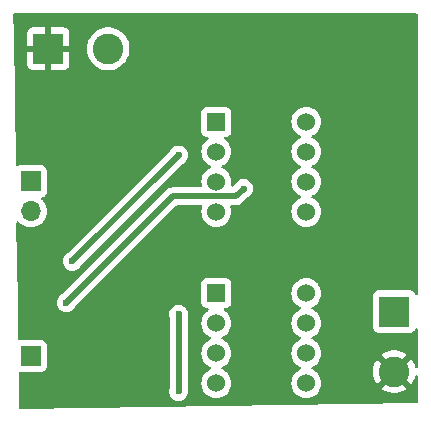
<source format=gbr>
%TF.GenerationSoftware,KiCad,Pcbnew,8.0.5*%
%TF.CreationDate,2024-11-24T21:54:06-06:00*%
%TF.ProjectId,moisture_sensor,6d6f6973-7475-4726-955f-73656e736f72,rev?*%
%TF.SameCoordinates,Original*%
%TF.FileFunction,Copper,L2,Bot*%
%TF.FilePolarity,Positive*%
%FSLAX46Y46*%
G04 Gerber Fmt 4.6, Leading zero omitted, Abs format (unit mm)*
G04 Created by KiCad (PCBNEW 8.0.5) date 2024-11-24 21:54:06*
%MOMM*%
%LPD*%
G01*
G04 APERTURE LIST*
%TA.AperFunction,ComponentPad*%
%ADD10R,1.700000X1.700000*%
%TD*%
%TA.AperFunction,ComponentPad*%
%ADD11O,1.700000X1.700000*%
%TD*%
%TA.AperFunction,ComponentPad*%
%ADD12R,1.524000X1.524000*%
%TD*%
%TA.AperFunction,ComponentPad*%
%ADD13C,1.524000*%
%TD*%
%TA.AperFunction,ComponentPad*%
%ADD14R,2.600000X2.600000*%
%TD*%
%TA.AperFunction,ComponentPad*%
%ADD15C,2.600000*%
%TD*%
%TA.AperFunction,ViaPad*%
%ADD16C,0.600000*%
%TD*%
%TA.AperFunction,Conductor*%
%ADD17C,0.508000*%
%TD*%
G04 APERTURE END LIST*
D10*
%TO.P,J1,1,Pin_1*%
%TO.N,/Input_Probe_1*%
X122000000Y-85225000D03*
D11*
%TO.P,J1,2,Pin_2*%
%TO.N,/Input_Probe_2*%
X122000000Y-87765000D03*
%TD*%
D12*
%TO.P,U2,1*%
%TO.N,/Moisture_Sensor_Output*%
X137690000Y-94690000D03*
D13*
%TO.P,U2,2,-*%
%TO.N,Net-(U2A--)*%
X137690000Y-97230000D03*
%TO.P,U2,3,+*%
%TO.N,Net-(U2A-+)*%
X137690000Y-99770000D03*
%TO.P,U2,4,V-*%
%TO.N,-3V3*%
X137690000Y-102310000D03*
%TO.P,U2,5*%
%TO.N,N/C*%
X145310000Y-102310000D03*
%TO.P,U2,6*%
X145310000Y-99770000D03*
%TO.P,U2,7*%
X145310000Y-97230000D03*
%TO.P,U2,8,V+*%
%TO.N,+3V3*%
X145310000Y-94690000D03*
%TD*%
D12*
%TO.P,U1,1*%
%TO.N,Net-(U1A--)*%
X137690000Y-80190000D03*
D13*
%TO.P,U1,2,-*%
X137690000Y-82730000D03*
%TO.P,U1,3,+*%
%TO.N,+3V3*%
X137690000Y-85270000D03*
%TO.P,U1,4,V-*%
%TO.N,-3V3*%
X137690000Y-87810000D03*
%TO.P,U1,5,+*%
%TO.N,Net-(U1B-+)*%
X145310000Y-87810000D03*
%TO.P,U1,6,-*%
%TO.N,Net-(U1B--)*%
X145310000Y-85270000D03*
%TO.P,U1,7*%
X145310000Y-82730000D03*
%TO.P,U1,8,V+*%
%TO.N,+3V3*%
X145310000Y-80190000D03*
%TD*%
D10*
%TO.P,J4,1,Pin_1*%
%TO.N,/Moisture_Sensor_Output*%
X122000000Y-100000000D03*
%TD*%
D14*
%TO.P,J3,1,Pin_1*%
%TO.N,-3V3*%
X152750000Y-96250000D03*
D15*
%TO.P,J3,2,Pin_2*%
%TO.N,GND*%
X152750000Y-101330000D03*
%TD*%
D14*
%TO.P,J2,1,Pin_1*%
%TO.N,GND*%
X123455000Y-74000000D03*
D15*
%TO.P,J2,2,Pin_2*%
%TO.N,+3V3*%
X128535000Y-74000000D03*
%TD*%
D16*
%TO.N,GND*%
X127000000Y-101500000D03*
X125000000Y-89500000D03*
X124750000Y-82750000D03*
%TO.N,Net-(U1A--)*%
X125500000Y-92000000D03*
X134500000Y-83000000D03*
%TO.N,Net-(U1B--)*%
X125000000Y-95500000D03*
X140000000Y-85840000D03*
%TO.N,/Moisture_Sensor_Output*%
X134500000Y-96500000D03*
X134500000Y-103000000D03*
%TD*%
D17*
%TO.N,GND*%
X125000000Y-83000000D02*
X124750000Y-82750000D01*
X125000000Y-89500000D02*
X125000000Y-83000000D01*
%TO.N,Net-(U1A--)*%
X134500000Y-83000000D02*
X125500000Y-92000000D01*
%TO.N,Net-(U1B--)*%
X140000000Y-85840000D02*
X139354000Y-86486000D01*
X134014000Y-86486000D02*
X125000000Y-95500000D01*
X139354000Y-86486000D02*
X134014000Y-86486000D01*
%TO.N,/Moisture_Sensor_Output*%
X134500000Y-103000000D02*
X134500000Y-96500000D01*
%TD*%
%TA.AperFunction,Conductor*%
%TO.N,GND*%
G36*
X154693039Y-71019685D02*
G01*
X154738794Y-71072489D01*
X154750000Y-71124000D01*
X154750000Y-94707292D01*
X154730315Y-94774331D01*
X154677511Y-94820086D01*
X154608353Y-94830030D01*
X154544797Y-94801005D01*
X154509818Y-94750625D01*
X154493797Y-94707671D01*
X154493793Y-94707664D01*
X154407547Y-94592455D01*
X154407544Y-94592452D01*
X154292335Y-94506206D01*
X154292328Y-94506202D01*
X154157482Y-94455908D01*
X154157483Y-94455908D01*
X154097883Y-94449501D01*
X154097881Y-94449500D01*
X154097873Y-94449500D01*
X154097864Y-94449500D01*
X151402129Y-94449500D01*
X151402123Y-94449501D01*
X151342516Y-94455908D01*
X151207671Y-94506202D01*
X151207664Y-94506206D01*
X151092455Y-94592452D01*
X151092452Y-94592455D01*
X151006206Y-94707664D01*
X151006202Y-94707671D01*
X150955908Y-94842517D01*
X150949501Y-94902116D01*
X150949500Y-94902135D01*
X150949500Y-97597870D01*
X150949501Y-97597876D01*
X150955908Y-97657483D01*
X151006202Y-97792328D01*
X151006206Y-97792335D01*
X151092452Y-97907544D01*
X151092455Y-97907547D01*
X151207664Y-97993793D01*
X151207671Y-97993797D01*
X151342517Y-98044091D01*
X151342516Y-98044091D01*
X151349444Y-98044835D01*
X151402127Y-98050500D01*
X154097872Y-98050499D01*
X154157483Y-98044091D01*
X154292331Y-97993796D01*
X154407546Y-97907546D01*
X154493796Y-97792331D01*
X154509818Y-97749375D01*
X154551689Y-97693441D01*
X154617153Y-97669023D01*
X154685426Y-97683874D01*
X154734832Y-97733279D01*
X154750000Y-97792707D01*
X154750000Y-100902914D01*
X154730315Y-100969953D01*
X154677511Y-101015708D01*
X154608353Y-101025652D01*
X154544797Y-100996627D01*
X154507023Y-100937849D01*
X154505109Y-100930507D01*
X154474856Y-100797964D01*
X154474851Y-100797947D01*
X154376290Y-100546818D01*
X154376291Y-100546818D01*
X154241397Y-100313177D01*
X154187704Y-100245847D01*
X153351041Y-101082510D01*
X153326022Y-101022110D01*
X153254888Y-100915649D01*
X153164351Y-100825112D01*
X153057890Y-100753978D01*
X152997488Y-100728958D01*
X153835150Y-99891296D01*
X153652517Y-99766779D01*
X153652516Y-99766778D01*
X153409460Y-99649730D01*
X153409462Y-99649730D01*
X153151662Y-99570209D01*
X153151656Y-99570207D01*
X152884898Y-99530000D01*
X152615101Y-99530000D01*
X152348343Y-99570207D01*
X152348337Y-99570209D01*
X152090538Y-99649730D01*
X151847485Y-99766778D01*
X151847476Y-99766783D01*
X151664848Y-99891296D01*
X152502511Y-100728958D01*
X152442110Y-100753978D01*
X152335649Y-100825112D01*
X152245112Y-100915649D01*
X152173978Y-101022110D01*
X152148958Y-101082511D01*
X151312295Y-100245848D01*
X151258600Y-100313180D01*
X151123709Y-100546818D01*
X151025148Y-100797947D01*
X151025142Y-100797966D01*
X150965113Y-101060971D01*
X150965113Y-101060973D01*
X150944953Y-101329995D01*
X150944953Y-101330004D01*
X150965113Y-101599026D01*
X150965113Y-101599028D01*
X151025142Y-101862033D01*
X151025148Y-101862052D01*
X151123709Y-102113181D01*
X151123708Y-102113181D01*
X151258602Y-102346822D01*
X151312294Y-102414151D01*
X151312295Y-102414151D01*
X152148958Y-101577488D01*
X152173978Y-101637890D01*
X152245112Y-101744351D01*
X152335649Y-101834888D01*
X152442110Y-101906022D01*
X152502510Y-101931041D01*
X151664848Y-102768702D01*
X151847483Y-102893220D01*
X151847485Y-102893221D01*
X152090539Y-103010269D01*
X152090537Y-103010269D01*
X152348337Y-103089790D01*
X152348343Y-103089792D01*
X152615101Y-103129999D01*
X152615110Y-103130000D01*
X152884890Y-103130000D01*
X152884898Y-103129999D01*
X153151656Y-103089792D01*
X153151662Y-103089790D01*
X153409461Y-103010269D01*
X153652521Y-102893218D01*
X153835150Y-102768702D01*
X152997488Y-101931041D01*
X153057890Y-101906022D01*
X153164351Y-101834888D01*
X153254888Y-101744351D01*
X153326022Y-101637890D01*
X153351041Y-101577488D01*
X154187703Y-102414151D01*
X154187704Y-102414150D01*
X154241393Y-102346828D01*
X154241400Y-102346817D01*
X154376290Y-102113181D01*
X154474851Y-101862052D01*
X154474857Y-101862033D01*
X154505109Y-101729493D01*
X154539218Y-101668514D01*
X154600879Y-101635656D01*
X154670516Y-101641351D01*
X154726020Y-101683791D01*
X154749768Y-101749501D01*
X154750000Y-101757085D01*
X154750000Y-103877823D01*
X154730315Y-103944862D01*
X154677511Y-103990617D01*
X154627837Y-104001809D01*
X121123972Y-104498163D01*
X121056648Y-104479474D01*
X121010116Y-104427354D01*
X120998149Y-104376031D01*
X120954844Y-101474559D01*
X120973526Y-101407234D01*
X121025641Y-101360696D01*
X121092086Y-101349420D01*
X121102127Y-101350500D01*
X122897872Y-101350499D01*
X122957483Y-101344091D01*
X123092331Y-101293796D01*
X123207546Y-101207546D01*
X123293796Y-101092331D01*
X123344091Y-100957483D01*
X123350500Y-100897873D01*
X123350499Y-99102128D01*
X123344091Y-99042517D01*
X123311591Y-98955381D01*
X123293797Y-98907671D01*
X123293793Y-98907664D01*
X123207547Y-98792455D01*
X123207544Y-98792452D01*
X123092335Y-98706206D01*
X123092328Y-98706202D01*
X122957482Y-98655908D01*
X122957483Y-98655908D01*
X122897883Y-98649501D01*
X122897881Y-98649500D01*
X122897873Y-98649500D01*
X122897864Y-98649500D01*
X121102129Y-98649500D01*
X121102120Y-98649501D01*
X121048191Y-98655298D01*
X120979431Y-98642890D01*
X120928295Y-98595279D01*
X120910953Y-98533859D01*
X120910433Y-98499017D01*
X120880597Y-96499996D01*
X133694435Y-96499996D01*
X133694435Y-96500003D01*
X133714630Y-96679246D01*
X133714632Y-96679256D01*
X133738541Y-96747582D01*
X133745500Y-96788537D01*
X133745500Y-102711459D01*
X133738542Y-102752414D01*
X133714631Y-102820745D01*
X133714630Y-102820750D01*
X133694435Y-102999996D01*
X133694435Y-103000003D01*
X133714630Y-103179249D01*
X133714631Y-103179254D01*
X133774211Y-103349523D01*
X133810662Y-103407534D01*
X133870184Y-103502262D01*
X133997738Y-103629816D01*
X134150478Y-103725789D01*
X134320745Y-103785368D01*
X134320750Y-103785369D01*
X134499996Y-103805565D01*
X134500000Y-103805565D01*
X134500004Y-103805565D01*
X134679249Y-103785369D01*
X134679252Y-103785368D01*
X134679255Y-103785368D01*
X134849522Y-103725789D01*
X135002262Y-103629816D01*
X135129816Y-103502262D01*
X135225789Y-103349522D01*
X135285368Y-103179255D01*
X135291524Y-103124620D01*
X135305565Y-103000003D01*
X135305565Y-102999996D01*
X135285369Y-102820750D01*
X135285368Y-102820745D01*
X135261458Y-102752414D01*
X135254500Y-102711459D01*
X135254500Y-97229997D01*
X136422677Y-97229997D01*
X136422677Y-97230002D01*
X136441929Y-97450062D01*
X136441930Y-97450070D01*
X136499104Y-97663445D01*
X136499105Y-97663447D01*
X136499106Y-97663450D01*
X136559202Y-97792326D01*
X136592466Y-97863662D01*
X136592468Y-97863666D01*
X136719170Y-98044615D01*
X136719175Y-98044621D01*
X136875378Y-98200824D01*
X136875384Y-98200829D01*
X137056333Y-98327531D01*
X137056335Y-98327532D01*
X137056338Y-98327534D01*
X137175748Y-98383215D01*
X137185189Y-98387618D01*
X137237628Y-98433790D01*
X137256780Y-98500984D01*
X137236564Y-98567865D01*
X137185189Y-98612382D01*
X137056340Y-98672465D01*
X137056338Y-98672466D01*
X136875377Y-98799175D01*
X136719175Y-98955377D01*
X136592466Y-99136338D01*
X136592465Y-99136340D01*
X136499107Y-99336548D01*
X136499104Y-99336554D01*
X136441930Y-99549929D01*
X136441929Y-99549937D01*
X136422677Y-99769997D01*
X136422677Y-99770002D01*
X136441929Y-99990062D01*
X136441930Y-99990070D01*
X136499104Y-100203445D01*
X136499105Y-100203447D01*
X136499106Y-100203450D01*
X136550274Y-100313180D01*
X136592466Y-100403662D01*
X136592468Y-100403666D01*
X136719170Y-100584615D01*
X136719175Y-100584621D01*
X136875378Y-100740824D01*
X136875384Y-100740829D01*
X137056333Y-100867531D01*
X137056335Y-100867532D01*
X137056338Y-100867534D01*
X137175748Y-100923215D01*
X137185189Y-100927618D01*
X137237628Y-100973790D01*
X137256780Y-101040984D01*
X137236564Y-101107865D01*
X137185189Y-101152382D01*
X137056340Y-101212465D01*
X137056338Y-101212466D01*
X136875377Y-101339175D01*
X136719175Y-101495377D01*
X136592466Y-101676338D01*
X136592465Y-101676340D01*
X136499107Y-101876548D01*
X136499104Y-101876554D01*
X136441930Y-102089929D01*
X136441929Y-102089937D01*
X136422677Y-102309997D01*
X136422677Y-102310002D01*
X136441929Y-102530062D01*
X136441930Y-102530070D01*
X136499104Y-102743445D01*
X136499105Y-102743447D01*
X136499106Y-102743450D01*
X136568944Y-102893218D01*
X136592466Y-102943662D01*
X136592468Y-102943666D01*
X136719170Y-103124615D01*
X136719175Y-103124621D01*
X136875378Y-103280824D01*
X136875384Y-103280829D01*
X137056333Y-103407531D01*
X137056335Y-103407532D01*
X137056338Y-103407534D01*
X137256550Y-103500894D01*
X137469932Y-103558070D01*
X137627123Y-103571822D01*
X137689998Y-103577323D01*
X137690000Y-103577323D01*
X137690002Y-103577323D01*
X137745017Y-103572509D01*
X137910068Y-103558070D01*
X138123450Y-103500894D01*
X138323662Y-103407534D01*
X138504620Y-103280826D01*
X138660826Y-103124620D01*
X138787534Y-102943662D01*
X138880894Y-102743450D01*
X138938070Y-102530068D01*
X138957323Y-102310000D01*
X138938070Y-102089932D01*
X138880894Y-101876550D01*
X138787534Y-101676339D01*
X138660826Y-101495380D01*
X138504620Y-101339174D01*
X138504616Y-101339171D01*
X138504615Y-101339170D01*
X138323666Y-101212468D01*
X138323658Y-101212464D01*
X138194811Y-101152382D01*
X138142371Y-101106210D01*
X138123219Y-101039017D01*
X138143435Y-100972135D01*
X138194811Y-100927618D01*
X138200802Y-100924824D01*
X138323662Y-100867534D01*
X138504620Y-100740826D01*
X138660826Y-100584620D01*
X138787534Y-100403662D01*
X138880894Y-100203450D01*
X138938070Y-99990068D01*
X138957323Y-99770000D01*
X138938070Y-99549932D01*
X138880894Y-99336550D01*
X138787534Y-99136339D01*
X138660826Y-98955380D01*
X138504620Y-98799174D01*
X138504616Y-98799171D01*
X138504615Y-98799170D01*
X138323666Y-98672468D01*
X138323658Y-98672464D01*
X138194811Y-98612382D01*
X138142371Y-98566210D01*
X138123219Y-98499017D01*
X138143435Y-98432135D01*
X138194811Y-98387618D01*
X138200802Y-98384824D01*
X138323662Y-98327534D01*
X138504620Y-98200826D01*
X138660826Y-98044620D01*
X138787534Y-97863662D01*
X138880894Y-97663450D01*
X138938070Y-97450068D01*
X138957323Y-97230000D01*
X138938070Y-97009932D01*
X138880894Y-96796550D01*
X138787534Y-96596339D01*
X138660826Y-96415380D01*
X138504620Y-96259174D01*
X138504616Y-96259171D01*
X138504615Y-96259170D01*
X138388797Y-96178074D01*
X138345172Y-96123497D01*
X138337978Y-96053999D01*
X138369501Y-95991644D01*
X138429730Y-95956230D01*
X138459919Y-95952499D01*
X138499872Y-95952499D01*
X138559483Y-95946091D01*
X138694331Y-95895796D01*
X138809546Y-95809546D01*
X138895796Y-95694331D01*
X138946091Y-95559483D01*
X138952500Y-95499873D01*
X138952499Y-94689997D01*
X144042677Y-94689997D01*
X144042677Y-94690002D01*
X144061929Y-94910062D01*
X144061930Y-94910070D01*
X144119104Y-95123445D01*
X144119105Y-95123447D01*
X144119106Y-95123450D01*
X144211106Y-95320745D01*
X144212466Y-95323662D01*
X144212468Y-95323666D01*
X144339170Y-95504615D01*
X144339175Y-95504621D01*
X144495378Y-95660824D01*
X144495384Y-95660829D01*
X144676333Y-95787531D01*
X144676335Y-95787532D01*
X144676338Y-95787534D01*
X144781936Y-95836775D01*
X144805189Y-95847618D01*
X144857628Y-95893790D01*
X144876780Y-95960984D01*
X144856564Y-96027865D01*
X144805189Y-96072382D01*
X144676340Y-96132465D01*
X144676338Y-96132466D01*
X144495377Y-96259175D01*
X144339175Y-96415377D01*
X144212466Y-96596338D01*
X144212465Y-96596340D01*
X144119107Y-96796548D01*
X144119104Y-96796554D01*
X144061930Y-97009929D01*
X144061929Y-97009937D01*
X144042677Y-97229997D01*
X144042677Y-97230002D01*
X144061929Y-97450062D01*
X144061930Y-97450070D01*
X144119104Y-97663445D01*
X144119105Y-97663447D01*
X144119106Y-97663450D01*
X144179202Y-97792326D01*
X144212466Y-97863662D01*
X144212468Y-97863666D01*
X144339170Y-98044615D01*
X144339175Y-98044621D01*
X144495378Y-98200824D01*
X144495384Y-98200829D01*
X144676333Y-98327531D01*
X144676335Y-98327532D01*
X144676338Y-98327534D01*
X144795748Y-98383215D01*
X144805189Y-98387618D01*
X144857628Y-98433790D01*
X144876780Y-98500984D01*
X144856564Y-98567865D01*
X144805189Y-98612382D01*
X144676340Y-98672465D01*
X144676338Y-98672466D01*
X144495377Y-98799175D01*
X144339175Y-98955377D01*
X144212466Y-99136338D01*
X144212465Y-99136340D01*
X144119107Y-99336548D01*
X144119104Y-99336554D01*
X144061930Y-99549929D01*
X144061929Y-99549937D01*
X144042677Y-99769997D01*
X144042677Y-99770002D01*
X144061929Y-99990062D01*
X144061930Y-99990070D01*
X144119104Y-100203445D01*
X144119105Y-100203447D01*
X144119106Y-100203450D01*
X144170274Y-100313180D01*
X144212466Y-100403662D01*
X144212468Y-100403666D01*
X144339170Y-100584615D01*
X144339175Y-100584621D01*
X144495378Y-100740824D01*
X144495384Y-100740829D01*
X144676333Y-100867531D01*
X144676335Y-100867532D01*
X144676338Y-100867534D01*
X144795748Y-100923215D01*
X144805189Y-100927618D01*
X144857628Y-100973790D01*
X144876780Y-101040984D01*
X144856564Y-101107865D01*
X144805189Y-101152382D01*
X144676340Y-101212465D01*
X144676338Y-101212466D01*
X144495377Y-101339175D01*
X144339175Y-101495377D01*
X144212466Y-101676338D01*
X144212465Y-101676340D01*
X144119107Y-101876548D01*
X144119104Y-101876554D01*
X144061930Y-102089929D01*
X144061929Y-102089937D01*
X144042677Y-102309997D01*
X144042677Y-102310002D01*
X144061929Y-102530062D01*
X144061930Y-102530070D01*
X144119104Y-102743445D01*
X144119105Y-102743447D01*
X144119106Y-102743450D01*
X144188944Y-102893218D01*
X144212466Y-102943662D01*
X144212468Y-102943666D01*
X144339170Y-103124615D01*
X144339175Y-103124621D01*
X144495378Y-103280824D01*
X144495384Y-103280829D01*
X144676333Y-103407531D01*
X144676335Y-103407532D01*
X144676338Y-103407534D01*
X144876550Y-103500894D01*
X145089932Y-103558070D01*
X145247123Y-103571822D01*
X145309998Y-103577323D01*
X145310000Y-103577323D01*
X145310002Y-103577323D01*
X145365017Y-103572509D01*
X145530068Y-103558070D01*
X145743450Y-103500894D01*
X145943662Y-103407534D01*
X146124620Y-103280826D01*
X146280826Y-103124620D01*
X146407534Y-102943662D01*
X146500894Y-102743450D01*
X146558070Y-102530068D01*
X146577323Y-102310000D01*
X146558070Y-102089932D01*
X146500894Y-101876550D01*
X146407534Y-101676339D01*
X146280826Y-101495380D01*
X146124620Y-101339174D01*
X146124616Y-101339171D01*
X146124615Y-101339170D01*
X145943666Y-101212468D01*
X145943658Y-101212464D01*
X145814811Y-101152382D01*
X145762371Y-101106210D01*
X145743219Y-101039017D01*
X145763435Y-100972135D01*
X145814811Y-100927618D01*
X145820802Y-100924824D01*
X145943662Y-100867534D01*
X146124620Y-100740826D01*
X146280826Y-100584620D01*
X146407534Y-100403662D01*
X146500894Y-100203450D01*
X146558070Y-99990068D01*
X146577323Y-99770000D01*
X146558070Y-99549932D01*
X146500894Y-99336550D01*
X146407534Y-99136339D01*
X146280826Y-98955380D01*
X146124620Y-98799174D01*
X146124616Y-98799171D01*
X146124615Y-98799170D01*
X145943666Y-98672468D01*
X145943658Y-98672464D01*
X145814811Y-98612382D01*
X145762371Y-98566210D01*
X145743219Y-98499017D01*
X145763435Y-98432135D01*
X145814811Y-98387618D01*
X145820802Y-98384824D01*
X145943662Y-98327534D01*
X146124620Y-98200826D01*
X146280826Y-98044620D01*
X146407534Y-97863662D01*
X146500894Y-97663450D01*
X146558070Y-97450068D01*
X146577323Y-97230000D01*
X146558070Y-97009932D01*
X146500894Y-96796550D01*
X146407534Y-96596339D01*
X146280826Y-96415380D01*
X146124620Y-96259174D01*
X146124616Y-96259171D01*
X146124615Y-96259170D01*
X145943666Y-96132468D01*
X145943658Y-96132464D01*
X145814811Y-96072382D01*
X145762371Y-96026210D01*
X145743219Y-95959017D01*
X145763435Y-95892135D01*
X145814811Y-95847618D01*
X145838064Y-95836775D01*
X145943662Y-95787534D01*
X146124620Y-95660826D01*
X146280826Y-95504620D01*
X146407534Y-95323662D01*
X146500894Y-95123450D01*
X146558070Y-94910068D01*
X146577323Y-94690000D01*
X146558070Y-94469932D01*
X146500894Y-94256550D01*
X146407534Y-94056339D01*
X146344180Y-93965859D01*
X146280827Y-93875381D01*
X146225962Y-93820516D01*
X146124620Y-93719174D01*
X146124616Y-93719171D01*
X146124615Y-93719170D01*
X145943666Y-93592468D01*
X145943662Y-93592466D01*
X145896457Y-93570454D01*
X145743450Y-93499106D01*
X145743447Y-93499105D01*
X145743445Y-93499104D01*
X145530070Y-93441930D01*
X145530062Y-93441929D01*
X145310002Y-93422677D01*
X145309998Y-93422677D01*
X145089937Y-93441929D01*
X145089929Y-93441930D01*
X144876554Y-93499104D01*
X144876548Y-93499107D01*
X144676340Y-93592465D01*
X144676338Y-93592466D01*
X144495377Y-93719175D01*
X144339175Y-93875377D01*
X144212466Y-94056338D01*
X144212465Y-94056340D01*
X144119107Y-94256548D01*
X144119104Y-94256554D01*
X144061930Y-94469929D01*
X144061929Y-94469937D01*
X144042677Y-94689997D01*
X138952499Y-94689997D01*
X138952499Y-93880128D01*
X138946091Y-93820517D01*
X138895796Y-93685669D01*
X138895795Y-93685668D01*
X138895793Y-93685664D01*
X138809547Y-93570455D01*
X138809544Y-93570452D01*
X138694335Y-93484206D01*
X138694328Y-93484202D01*
X138559482Y-93433908D01*
X138559483Y-93433908D01*
X138499883Y-93427501D01*
X138499881Y-93427500D01*
X138499873Y-93427500D01*
X138499864Y-93427500D01*
X136880129Y-93427500D01*
X136880123Y-93427501D01*
X136820516Y-93433908D01*
X136685671Y-93484202D01*
X136685664Y-93484206D01*
X136570455Y-93570452D01*
X136570452Y-93570455D01*
X136484206Y-93685664D01*
X136484202Y-93685671D01*
X136433908Y-93820517D01*
X136428010Y-93875380D01*
X136427501Y-93880123D01*
X136427500Y-93880135D01*
X136427500Y-95499870D01*
X136427501Y-95499876D01*
X136433908Y-95559483D01*
X136484202Y-95694328D01*
X136484206Y-95694335D01*
X136570452Y-95809544D01*
X136570455Y-95809547D01*
X136685664Y-95895793D01*
X136685671Y-95895797D01*
X136820517Y-95946091D01*
X136820516Y-95946091D01*
X136827444Y-95946835D01*
X136880127Y-95952500D01*
X136920079Y-95952499D01*
X136987116Y-95972182D01*
X137032872Y-96024985D01*
X137042817Y-96094143D01*
X137013794Y-96157700D01*
X136991203Y-96178074D01*
X136875375Y-96259177D01*
X136719175Y-96415377D01*
X136592466Y-96596338D01*
X136592465Y-96596340D01*
X136499107Y-96796548D01*
X136499104Y-96796554D01*
X136441930Y-97009929D01*
X136441929Y-97009937D01*
X136422677Y-97229997D01*
X135254500Y-97229997D01*
X135254500Y-96788537D01*
X135261459Y-96747582D01*
X135285368Y-96679255D01*
X135294710Y-96596339D01*
X135305565Y-96500003D01*
X135305565Y-96499996D01*
X135285369Y-96320750D01*
X135285368Y-96320745D01*
X135225788Y-96150476D01*
X135146936Y-96024985D01*
X135129816Y-95997738D01*
X135002262Y-95870184D01*
X134969379Y-95849522D01*
X134849523Y-95774211D01*
X134679254Y-95714631D01*
X134679249Y-95714630D01*
X134500004Y-95694435D01*
X134499996Y-95694435D01*
X134320750Y-95714630D01*
X134320745Y-95714631D01*
X134150476Y-95774211D01*
X133997737Y-95870184D01*
X133870184Y-95997737D01*
X133774211Y-96150476D01*
X133714631Y-96320745D01*
X133714630Y-96320750D01*
X133694435Y-96499996D01*
X120880597Y-96499996D01*
X120865671Y-95499996D01*
X124194435Y-95499996D01*
X124194435Y-95500003D01*
X124214630Y-95679249D01*
X124214631Y-95679254D01*
X124274211Y-95849523D01*
X124363512Y-95991644D01*
X124370184Y-96002262D01*
X124497738Y-96129816D01*
X124650478Y-96225789D01*
X124820745Y-96285368D01*
X124820750Y-96285369D01*
X124999996Y-96305565D01*
X125000000Y-96305565D01*
X125000004Y-96305565D01*
X125179249Y-96285369D01*
X125179252Y-96285368D01*
X125179255Y-96285368D01*
X125349522Y-96225789D01*
X125502262Y-96129816D01*
X125629816Y-96002262D01*
X125725789Y-95849522D01*
X125725789Y-95849520D01*
X125729494Y-95843625D01*
X125730299Y-95844131D01*
X125748382Y-95818641D01*
X134290206Y-87276819D01*
X134351529Y-87243334D01*
X134377887Y-87240500D01*
X136373960Y-87240500D01*
X136440999Y-87260185D01*
X136486754Y-87312989D01*
X136496698Y-87382147D01*
X136493735Y-87396593D01*
X136441931Y-87589927D01*
X136441929Y-87589937D01*
X136422677Y-87809997D01*
X136422677Y-87810002D01*
X136441929Y-88030062D01*
X136441930Y-88030070D01*
X136499104Y-88243445D01*
X136499105Y-88243447D01*
X136499106Y-88243450D01*
X136592078Y-88442830D01*
X136592466Y-88443662D01*
X136592468Y-88443666D01*
X136719170Y-88624615D01*
X136719175Y-88624621D01*
X136875378Y-88780824D01*
X136875384Y-88780829D01*
X137056333Y-88907531D01*
X137056335Y-88907532D01*
X137056338Y-88907534D01*
X137256550Y-89000894D01*
X137469932Y-89058070D01*
X137627123Y-89071822D01*
X137689998Y-89077323D01*
X137690000Y-89077323D01*
X137690002Y-89077323D01*
X137745017Y-89072509D01*
X137910068Y-89058070D01*
X138123450Y-89000894D01*
X138323662Y-88907534D01*
X138504620Y-88780826D01*
X138660826Y-88624620D01*
X138787534Y-88443662D01*
X138880894Y-88243450D01*
X138938070Y-88030068D01*
X138957323Y-87810000D01*
X138938070Y-87589932D01*
X138886265Y-87396593D01*
X138887928Y-87326744D01*
X138927090Y-87268881D01*
X138991319Y-87241377D01*
X139006040Y-87240500D01*
X139273554Y-87240500D01*
X139273574Y-87240501D01*
X139279688Y-87240501D01*
X139428314Y-87240501D01*
X139549894Y-87216315D01*
X139549894Y-87216316D01*
X139549900Y-87216313D01*
X139574080Y-87211505D01*
X139658978Y-87176339D01*
X139711389Y-87154630D01*
X139834966Y-87072059D01*
X140318644Y-86588380D01*
X140344130Y-86570299D01*
X140343625Y-86569494D01*
X140349520Y-86565789D01*
X140349522Y-86565789D01*
X140502262Y-86469816D01*
X140629816Y-86342262D01*
X140725789Y-86189522D01*
X140785368Y-86019255D01*
X140798392Y-85903662D01*
X140805565Y-85840003D01*
X140805565Y-85839996D01*
X140785369Y-85660750D01*
X140785368Y-85660745D01*
X140771294Y-85620523D01*
X140725789Y-85490478D01*
X140725531Y-85490068D01*
X140629815Y-85337737D01*
X140502262Y-85210184D01*
X140349523Y-85114211D01*
X140179254Y-85054631D01*
X140179249Y-85054630D01*
X140000004Y-85034435D01*
X139999996Y-85034435D01*
X139820750Y-85054630D01*
X139820745Y-85054631D01*
X139650476Y-85114211D01*
X139497737Y-85210184D01*
X139370184Y-85337737D01*
X139270507Y-85496373D01*
X139269705Y-85495869D01*
X139251617Y-85521357D01*
X139139082Y-85633893D01*
X139077759Y-85667378D01*
X139008067Y-85662394D01*
X138952133Y-85620523D01*
X138927716Y-85555059D01*
X138931626Y-85514117D01*
X138934545Y-85503224D01*
X138938070Y-85490068D01*
X138957323Y-85270000D01*
X138938070Y-85049932D01*
X138880894Y-84836550D01*
X138787534Y-84636339D01*
X138660826Y-84455380D01*
X138504620Y-84299174D01*
X138504616Y-84299171D01*
X138504615Y-84299170D01*
X138323666Y-84172468D01*
X138323658Y-84172464D01*
X138194811Y-84112382D01*
X138142371Y-84066210D01*
X138123219Y-83999017D01*
X138143435Y-83932135D01*
X138194811Y-83887618D01*
X138209198Y-83880909D01*
X138323662Y-83827534D01*
X138504620Y-83700826D01*
X138660826Y-83544620D01*
X138787534Y-83363662D01*
X138880894Y-83163450D01*
X138938070Y-82950068D01*
X138957323Y-82730000D01*
X138938070Y-82509932D01*
X138880894Y-82296550D01*
X138787534Y-82096339D01*
X138660826Y-81915380D01*
X138504620Y-81759174D01*
X138504616Y-81759171D01*
X138504615Y-81759170D01*
X138388797Y-81678074D01*
X138345172Y-81623497D01*
X138337978Y-81553999D01*
X138369501Y-81491644D01*
X138429730Y-81456230D01*
X138459919Y-81452499D01*
X138499872Y-81452499D01*
X138559483Y-81446091D01*
X138694331Y-81395796D01*
X138809546Y-81309546D01*
X138895796Y-81194331D01*
X138946091Y-81059483D01*
X138952500Y-80999873D01*
X138952499Y-80189997D01*
X144042677Y-80189997D01*
X144042677Y-80190002D01*
X144061929Y-80410062D01*
X144061930Y-80410070D01*
X144119104Y-80623445D01*
X144119105Y-80623447D01*
X144119106Y-80623450D01*
X144212466Y-80823662D01*
X144212468Y-80823666D01*
X144339170Y-81004615D01*
X144339175Y-81004621D01*
X144495378Y-81160824D01*
X144495384Y-81160829D01*
X144676333Y-81287531D01*
X144676335Y-81287532D01*
X144676338Y-81287534D01*
X144795748Y-81343215D01*
X144805189Y-81347618D01*
X144857628Y-81393790D01*
X144876780Y-81460984D01*
X144856564Y-81527865D01*
X144805189Y-81572382D01*
X144676340Y-81632465D01*
X144676338Y-81632466D01*
X144495377Y-81759175D01*
X144339175Y-81915377D01*
X144212466Y-82096338D01*
X144212465Y-82096340D01*
X144119107Y-82296548D01*
X144119104Y-82296554D01*
X144061930Y-82509929D01*
X144061929Y-82509937D01*
X144042677Y-82729997D01*
X144042677Y-82730002D01*
X144061929Y-82950062D01*
X144061930Y-82950070D01*
X144119104Y-83163445D01*
X144119105Y-83163447D01*
X144119106Y-83163450D01*
X144126476Y-83179255D01*
X144212466Y-83363662D01*
X144212468Y-83363666D01*
X144339170Y-83544615D01*
X144339175Y-83544621D01*
X144495378Y-83700824D01*
X144495384Y-83700829D01*
X144676333Y-83827531D01*
X144676335Y-83827532D01*
X144676338Y-83827534D01*
X144790799Y-83880908D01*
X144805189Y-83887618D01*
X144857628Y-83933790D01*
X144876780Y-84000984D01*
X144856564Y-84067865D01*
X144805189Y-84112382D01*
X144676340Y-84172465D01*
X144676338Y-84172466D01*
X144495377Y-84299175D01*
X144339175Y-84455377D01*
X144212466Y-84636338D01*
X144212465Y-84636340D01*
X144119107Y-84836548D01*
X144119104Y-84836554D01*
X144061930Y-85049929D01*
X144061929Y-85049937D01*
X144042677Y-85269997D01*
X144042677Y-85270002D01*
X144061929Y-85490062D01*
X144061930Y-85490070D01*
X144119104Y-85703445D01*
X144119105Y-85703447D01*
X144119106Y-85703450D01*
X144210731Y-85899941D01*
X144212466Y-85903662D01*
X144212468Y-85903666D01*
X144339170Y-86084615D01*
X144339175Y-86084621D01*
X144495378Y-86240824D01*
X144495384Y-86240829D01*
X144676333Y-86367531D01*
X144676335Y-86367532D01*
X144676338Y-86367534D01*
X144795748Y-86423215D01*
X144805189Y-86427618D01*
X144857628Y-86473790D01*
X144876780Y-86540984D01*
X144856564Y-86607865D01*
X144805189Y-86652382D01*
X144676340Y-86712465D01*
X144676338Y-86712466D01*
X144495377Y-86839175D01*
X144339175Y-86995377D01*
X144257152Y-87112519D01*
X144212466Y-87176339D01*
X144119107Y-87376548D01*
X144119104Y-87376554D01*
X144061930Y-87589929D01*
X144061929Y-87589937D01*
X144042677Y-87809997D01*
X144042677Y-87810002D01*
X144061929Y-88030062D01*
X144061930Y-88030070D01*
X144119104Y-88243445D01*
X144119105Y-88243447D01*
X144119106Y-88243450D01*
X144212078Y-88442830D01*
X144212466Y-88443662D01*
X144212468Y-88443666D01*
X144339170Y-88624615D01*
X144339175Y-88624621D01*
X144495378Y-88780824D01*
X144495384Y-88780829D01*
X144676333Y-88907531D01*
X144676335Y-88907532D01*
X144676338Y-88907534D01*
X144876550Y-89000894D01*
X145089932Y-89058070D01*
X145247123Y-89071822D01*
X145309998Y-89077323D01*
X145310000Y-89077323D01*
X145310002Y-89077323D01*
X145365017Y-89072509D01*
X145530068Y-89058070D01*
X145743450Y-89000894D01*
X145943662Y-88907534D01*
X146124620Y-88780826D01*
X146280826Y-88624620D01*
X146407534Y-88443662D01*
X146500894Y-88243450D01*
X146558070Y-88030068D01*
X146577323Y-87810000D01*
X146558070Y-87589932D01*
X146500894Y-87376550D01*
X146407534Y-87176339D01*
X146280826Y-86995380D01*
X146124620Y-86839174D01*
X146124616Y-86839171D01*
X146124615Y-86839170D01*
X145943666Y-86712468D01*
X145943658Y-86712464D01*
X145814811Y-86652382D01*
X145762371Y-86606210D01*
X145743219Y-86539017D01*
X145763435Y-86472135D01*
X145814811Y-86427618D01*
X145820802Y-86424824D01*
X145943662Y-86367534D01*
X146124620Y-86240826D01*
X146280826Y-86084620D01*
X146407534Y-85903662D01*
X146500894Y-85703450D01*
X146558070Y-85490068D01*
X146577323Y-85270000D01*
X146558070Y-85049932D01*
X146500894Y-84836550D01*
X146407534Y-84636339D01*
X146280826Y-84455380D01*
X146124620Y-84299174D01*
X146124616Y-84299171D01*
X146124615Y-84299170D01*
X145943666Y-84172468D01*
X145943658Y-84172464D01*
X145814811Y-84112382D01*
X145762371Y-84066210D01*
X145743219Y-83999017D01*
X145763435Y-83932135D01*
X145814811Y-83887618D01*
X145829198Y-83880909D01*
X145943662Y-83827534D01*
X146124620Y-83700826D01*
X146280826Y-83544620D01*
X146407534Y-83363662D01*
X146500894Y-83163450D01*
X146558070Y-82950068D01*
X146577323Y-82730000D01*
X146558070Y-82509932D01*
X146500894Y-82296550D01*
X146407534Y-82096339D01*
X146280826Y-81915380D01*
X146124620Y-81759174D01*
X146124616Y-81759171D01*
X146124615Y-81759170D01*
X145943666Y-81632468D01*
X145943658Y-81632464D01*
X145814811Y-81572382D01*
X145762371Y-81526210D01*
X145743219Y-81459017D01*
X145763435Y-81392135D01*
X145814811Y-81347618D01*
X145820802Y-81344824D01*
X145943662Y-81287534D01*
X146124620Y-81160826D01*
X146280826Y-81004620D01*
X146407534Y-80823662D01*
X146500894Y-80623450D01*
X146558070Y-80410068D01*
X146577323Y-80190000D01*
X146558070Y-79969932D01*
X146500894Y-79756550D01*
X146407534Y-79556339D01*
X146344180Y-79465859D01*
X146280827Y-79375381D01*
X146225962Y-79320516D01*
X146124620Y-79219174D01*
X146124616Y-79219171D01*
X146124615Y-79219170D01*
X145943666Y-79092468D01*
X145943662Y-79092466D01*
X145896457Y-79070454D01*
X145743450Y-78999106D01*
X145743447Y-78999105D01*
X145743445Y-78999104D01*
X145530070Y-78941930D01*
X145530062Y-78941929D01*
X145310002Y-78922677D01*
X145309998Y-78922677D01*
X145089937Y-78941929D01*
X145089929Y-78941930D01*
X144876554Y-78999104D01*
X144876548Y-78999107D01*
X144676340Y-79092465D01*
X144676338Y-79092466D01*
X144495377Y-79219175D01*
X144339175Y-79375377D01*
X144212466Y-79556338D01*
X144212465Y-79556340D01*
X144119107Y-79756548D01*
X144119104Y-79756554D01*
X144061930Y-79969929D01*
X144061929Y-79969937D01*
X144042677Y-80189997D01*
X138952499Y-80189997D01*
X138952499Y-79380128D01*
X138946091Y-79320517D01*
X138895796Y-79185669D01*
X138895795Y-79185668D01*
X138895793Y-79185664D01*
X138809547Y-79070455D01*
X138809544Y-79070452D01*
X138694335Y-78984206D01*
X138694328Y-78984202D01*
X138559482Y-78933908D01*
X138559483Y-78933908D01*
X138499883Y-78927501D01*
X138499881Y-78927500D01*
X138499873Y-78927500D01*
X138499864Y-78927500D01*
X136880129Y-78927500D01*
X136880123Y-78927501D01*
X136820516Y-78933908D01*
X136685671Y-78984202D01*
X136685664Y-78984206D01*
X136570455Y-79070452D01*
X136570452Y-79070455D01*
X136484206Y-79185664D01*
X136484202Y-79185671D01*
X136433908Y-79320517D01*
X136428010Y-79375380D01*
X136427501Y-79380123D01*
X136427500Y-79380135D01*
X136427500Y-80999870D01*
X136427501Y-80999876D01*
X136433908Y-81059483D01*
X136484202Y-81194328D01*
X136484206Y-81194335D01*
X136570452Y-81309544D01*
X136570455Y-81309547D01*
X136685664Y-81395793D01*
X136685671Y-81395797D01*
X136820517Y-81446091D01*
X136820516Y-81446091D01*
X136827444Y-81446835D01*
X136880127Y-81452500D01*
X136920079Y-81452499D01*
X136987116Y-81472182D01*
X137032872Y-81524985D01*
X137042817Y-81594143D01*
X137013794Y-81657700D01*
X136991203Y-81678074D01*
X136875375Y-81759177D01*
X136719175Y-81915377D01*
X136592466Y-82096338D01*
X136592465Y-82096340D01*
X136499107Y-82296548D01*
X136499104Y-82296554D01*
X136441930Y-82509929D01*
X136441929Y-82509937D01*
X136422677Y-82729997D01*
X136422677Y-82730002D01*
X136441929Y-82950062D01*
X136441930Y-82950070D01*
X136499104Y-83163445D01*
X136499105Y-83163447D01*
X136499106Y-83163450D01*
X136506476Y-83179255D01*
X136592466Y-83363662D01*
X136592468Y-83363666D01*
X136719170Y-83544615D01*
X136719175Y-83544621D01*
X136875378Y-83700824D01*
X136875384Y-83700829D01*
X137056333Y-83827531D01*
X137056335Y-83827532D01*
X137056338Y-83827534D01*
X137170799Y-83880908D01*
X137185189Y-83887618D01*
X137237628Y-83933790D01*
X137256780Y-84000984D01*
X137236564Y-84067865D01*
X137185189Y-84112382D01*
X137056340Y-84172465D01*
X137056338Y-84172466D01*
X136875377Y-84299175D01*
X136719175Y-84455377D01*
X136592466Y-84636338D01*
X136592465Y-84636340D01*
X136499107Y-84836548D01*
X136499104Y-84836554D01*
X136441930Y-85049929D01*
X136441929Y-85049937D01*
X136422677Y-85269997D01*
X136422677Y-85270002D01*
X136441929Y-85490062D01*
X136441930Y-85490069D01*
X136441932Y-85490077D01*
X136464796Y-85575407D01*
X136463134Y-85645256D01*
X136423972Y-85703119D01*
X136359744Y-85730623D01*
X136345022Y-85731500D01*
X134094446Y-85731500D01*
X134094426Y-85731499D01*
X134088312Y-85731499D01*
X133939688Y-85731499D01*
X133939686Y-85731499D01*
X133818105Y-85755684D01*
X133803540Y-85758581D01*
X133793918Y-85760495D01*
X133793917Y-85760495D01*
X133737045Y-85784053D01*
X133656614Y-85817368D01*
X133533031Y-85899942D01*
X124681357Y-94751616D01*
X124655869Y-94769705D01*
X124656373Y-94770507D01*
X124497737Y-94870184D01*
X124370184Y-94997737D01*
X124274211Y-95150476D01*
X124214631Y-95320745D01*
X124214630Y-95320750D01*
X124194435Y-95499996D01*
X120865671Y-95499996D01*
X120813432Y-91999996D01*
X124694435Y-91999996D01*
X124694435Y-92000003D01*
X124714630Y-92179249D01*
X124714631Y-92179254D01*
X124774211Y-92349523D01*
X124870184Y-92502262D01*
X124997738Y-92629816D01*
X125150478Y-92725789D01*
X125320745Y-92785368D01*
X125320750Y-92785369D01*
X125499996Y-92805565D01*
X125500000Y-92805565D01*
X125500004Y-92805565D01*
X125679249Y-92785369D01*
X125679252Y-92785368D01*
X125679255Y-92785368D01*
X125849522Y-92725789D01*
X126002262Y-92629816D01*
X126129816Y-92502262D01*
X126225789Y-92349522D01*
X126225789Y-92349520D01*
X126229494Y-92343625D01*
X126230299Y-92344131D01*
X126248382Y-92318641D01*
X134818641Y-83748382D01*
X134844131Y-83730299D01*
X134843625Y-83729494D01*
X134849520Y-83725789D01*
X134849522Y-83725789D01*
X135002262Y-83629816D01*
X135129816Y-83502262D01*
X135225789Y-83349522D01*
X135285368Y-83179255D01*
X135287149Y-83163450D01*
X135305565Y-83000003D01*
X135305565Y-82999996D01*
X135285369Y-82820750D01*
X135285368Y-82820745D01*
X135225789Y-82650478D01*
X135129816Y-82497738D01*
X135002262Y-82370184D01*
X134885081Y-82296554D01*
X134849523Y-82274211D01*
X134679254Y-82214631D01*
X134679249Y-82214630D01*
X134500004Y-82194435D01*
X134499996Y-82194435D01*
X134320750Y-82214630D01*
X134320745Y-82214631D01*
X134150476Y-82274211D01*
X133997737Y-82370184D01*
X133870184Y-82497737D01*
X133770507Y-82656373D01*
X133769705Y-82655869D01*
X133751616Y-82681357D01*
X125181357Y-91251616D01*
X125155869Y-91269705D01*
X125156373Y-91270507D01*
X124997737Y-91370184D01*
X124870184Y-91497737D01*
X124774211Y-91650476D01*
X124714631Y-91820745D01*
X124714630Y-91820750D01*
X124694435Y-91999996D01*
X120813432Y-91999996D01*
X120764789Y-88740878D01*
X120783470Y-88673557D01*
X120835585Y-88627019D01*
X120904587Y-88616044D01*
X120968569Y-88644118D01*
X120976455Y-88651351D01*
X121128599Y-88803495D01*
X121225384Y-88871265D01*
X121322165Y-88939032D01*
X121322167Y-88939033D01*
X121322170Y-88939035D01*
X121536337Y-89038903D01*
X121764592Y-89100063D01*
X121952918Y-89116539D01*
X121999999Y-89120659D01*
X122000000Y-89120659D01*
X122000001Y-89120659D01*
X122039234Y-89117226D01*
X122235408Y-89100063D01*
X122463663Y-89038903D01*
X122677830Y-88939035D01*
X122871401Y-88803495D01*
X123038495Y-88636401D01*
X123174035Y-88442830D01*
X123273903Y-88228663D01*
X123335063Y-88000408D01*
X123355659Y-87765000D01*
X123335063Y-87529592D01*
X123273903Y-87301337D01*
X123174035Y-87087171D01*
X123109763Y-86995381D01*
X123038496Y-86893600D01*
X122984066Y-86839170D01*
X122916567Y-86771671D01*
X122883084Y-86710351D01*
X122888068Y-86640659D01*
X122929939Y-86584725D01*
X122960915Y-86567810D01*
X123092331Y-86518796D01*
X123207546Y-86432546D01*
X123293796Y-86317331D01*
X123344091Y-86182483D01*
X123350500Y-86122873D01*
X123350499Y-84327128D01*
X123344091Y-84267517D01*
X123308639Y-84172466D01*
X123293797Y-84132671D01*
X123293793Y-84132664D01*
X123207547Y-84017455D01*
X123207544Y-84017452D01*
X123092335Y-83931206D01*
X123092328Y-83931202D01*
X122957482Y-83880908D01*
X122957483Y-83880908D01*
X122897883Y-83874501D01*
X122897881Y-83874500D01*
X122897873Y-83874500D01*
X122897864Y-83874500D01*
X121102129Y-83874500D01*
X121102123Y-83874501D01*
X121042516Y-83880908D01*
X120907671Y-83931202D01*
X120907665Y-83931205D01*
X120890040Y-83944400D01*
X120824576Y-83968816D01*
X120756303Y-83953964D01*
X120706898Y-83904558D01*
X120691746Y-83846987D01*
X120524659Y-72652155D01*
X121655000Y-72652155D01*
X121655000Y-73750000D01*
X122854999Y-73750000D01*
X122829979Y-73810402D01*
X122805000Y-73935981D01*
X122805000Y-74064019D01*
X122829979Y-74189598D01*
X122854999Y-74250000D01*
X121655000Y-74250000D01*
X121655000Y-75347844D01*
X121661401Y-75407372D01*
X121661403Y-75407379D01*
X121711645Y-75542086D01*
X121711649Y-75542093D01*
X121797809Y-75657187D01*
X121797812Y-75657190D01*
X121912906Y-75743350D01*
X121912913Y-75743354D01*
X122047620Y-75793596D01*
X122047627Y-75793598D01*
X122107155Y-75799999D01*
X122107172Y-75800000D01*
X123205000Y-75800000D01*
X123205000Y-74600001D01*
X123265402Y-74625021D01*
X123390981Y-74650000D01*
X123519019Y-74650000D01*
X123644598Y-74625021D01*
X123705000Y-74600001D01*
X123705000Y-75800000D01*
X124802828Y-75800000D01*
X124802844Y-75799999D01*
X124862372Y-75793598D01*
X124862379Y-75793596D01*
X124997086Y-75743354D01*
X124997093Y-75743350D01*
X125112187Y-75657190D01*
X125112190Y-75657187D01*
X125198350Y-75542093D01*
X125198354Y-75542086D01*
X125248596Y-75407379D01*
X125248598Y-75407372D01*
X125254999Y-75347844D01*
X125255000Y-75347827D01*
X125255000Y-74250000D01*
X124055001Y-74250000D01*
X124080021Y-74189598D01*
X124105000Y-74064019D01*
X124105000Y-73999995D01*
X126729451Y-73999995D01*
X126729451Y-74000004D01*
X126749616Y-74269101D01*
X126809664Y-74532188D01*
X126809666Y-74532195D01*
X126855901Y-74650000D01*
X126908257Y-74783398D01*
X127043185Y-75017102D01*
X127179080Y-75187509D01*
X127211442Y-75228089D01*
X127398183Y-75401358D01*
X127409259Y-75411635D01*
X127632226Y-75563651D01*
X127875359Y-75680738D01*
X128133228Y-75760280D01*
X128133229Y-75760280D01*
X128133232Y-75760281D01*
X128400063Y-75800499D01*
X128400068Y-75800499D01*
X128400071Y-75800500D01*
X128400072Y-75800500D01*
X128669928Y-75800500D01*
X128669929Y-75800500D01*
X128669936Y-75800499D01*
X128936767Y-75760281D01*
X128936768Y-75760280D01*
X128936772Y-75760280D01*
X129194641Y-75680738D01*
X129437775Y-75563651D01*
X129660741Y-75411635D01*
X129858561Y-75228085D01*
X130026815Y-75017102D01*
X130161743Y-74783398D01*
X130260334Y-74532195D01*
X130320383Y-74269103D01*
X130340549Y-74000000D01*
X130320383Y-73730897D01*
X130260334Y-73467805D01*
X130161743Y-73216602D01*
X130026815Y-72982898D01*
X129858561Y-72771915D01*
X129858560Y-72771914D01*
X129858557Y-72771910D01*
X129660741Y-72588365D01*
X129437775Y-72436349D01*
X129437769Y-72436346D01*
X129437768Y-72436345D01*
X129437767Y-72436344D01*
X129194643Y-72319263D01*
X129194645Y-72319263D01*
X128936773Y-72239720D01*
X128936767Y-72239718D01*
X128669936Y-72199500D01*
X128669929Y-72199500D01*
X128400071Y-72199500D01*
X128400063Y-72199500D01*
X128133232Y-72239718D01*
X128133226Y-72239720D01*
X127875358Y-72319262D01*
X127632230Y-72436346D01*
X127409258Y-72588365D01*
X127211442Y-72771910D01*
X127043185Y-72982898D01*
X126908258Y-73216599D01*
X126908256Y-73216603D01*
X126809666Y-73467804D01*
X126809664Y-73467811D01*
X126749616Y-73730898D01*
X126729451Y-73999995D01*
X124105000Y-73999995D01*
X124105000Y-73935981D01*
X124080021Y-73810402D01*
X124055001Y-73750000D01*
X125255000Y-73750000D01*
X125255000Y-72652172D01*
X125254999Y-72652155D01*
X125248598Y-72592627D01*
X125248596Y-72592620D01*
X125198354Y-72457913D01*
X125198350Y-72457906D01*
X125112190Y-72342812D01*
X125112187Y-72342809D01*
X124997093Y-72256649D01*
X124997086Y-72256645D01*
X124862379Y-72206403D01*
X124862372Y-72206401D01*
X124802844Y-72200000D01*
X123705000Y-72200000D01*
X123705000Y-73399998D01*
X123644598Y-73374979D01*
X123519019Y-73350000D01*
X123390981Y-73350000D01*
X123265402Y-73374979D01*
X123205000Y-73399998D01*
X123205000Y-72200000D01*
X122107155Y-72200000D01*
X122047627Y-72206401D01*
X122047620Y-72206403D01*
X121912913Y-72256645D01*
X121912906Y-72256649D01*
X121797812Y-72342809D01*
X121797809Y-72342812D01*
X121711649Y-72457906D01*
X121711645Y-72457913D01*
X121661403Y-72592620D01*
X121661401Y-72592627D01*
X121655000Y-72652155D01*
X120524659Y-72652155D01*
X120501878Y-71125849D01*
X120520560Y-71058525D01*
X120572675Y-71011987D01*
X120625864Y-71000000D01*
X154626000Y-71000000D01*
X154693039Y-71019685D01*
G37*
%TD.AperFunction*%
%TD*%
M02*

</source>
